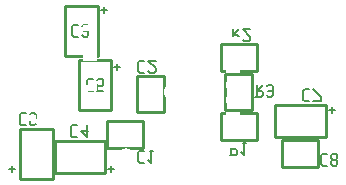
<source format=gbr>
G04 Title: (unknown), silkscreen, solder side *
G04 Creator: pcb-bin 1.99p *
G04 CreationDate: Tue Aug 24 15:19:08 2004 UTC *
G04 For: marek *
G04 Format: Gerber/RS-274X *
G04 PCB-Dimensions: 145000 59000 *
G04 PCB-Coordinate-Origin: lower left *
%MOIN*%
%FSLAX24Y24*%
%IPPOS*%
%ADD11C,0.0150*%
%ADD12C,0.0600*%
%ADD13C,0.0800*%
%ADD14R,0.0600X0.0600*%
%ADD15R,0.0800X0.0800*%
%ADD16C,0.0080*%
%ADD17C,0.0660*%
%ADD18C,0.0100*%
%ADD19C,0.0200*%
%ADD20C,0.0500*%
%ADD21C,0.0260*%
%ADD22R,0.0200X0.0200*%
%ADD23R,0.0500X0.0500*%
%ADD24R,0.0260X0.0260*%
%ADD25R,0.0360X0.0360*%
%ADD26R,0.0560X0.0560*%
%ADD27R,0.0420X0.0420*%
%ADD28R,0.0480X0.0480*%
%ADD29R,0.0680X0.0680*%
%ADD30R,0.0540X0.0540*%
%ADD31C,0.0400*%
%LNGROUP_1*%
%LPD*%
G01X0Y0D02*
G54D18*X6450Y3500D02*Y2300D01*
X5550Y3500D02*X6450D01*
X5550D02*Y2300D01*
X6450D01*
G04 Text: C2 *
G54D16*X5650Y4000D02*X5800D01*
X5600Y3950D02*X5650Y4000D01*
X5600Y3650D02*Y3950D01*
Y3650D02*X5650Y3600D01*
X5800D01*
X5920Y3650D02*X5970Y3600D01*
X6120D01*
X6170Y3650D01*
Y3750D01*
X5920Y4000D02*X6170Y3750D01*
X5920Y4000D02*X6170D01*
G54D18*X10160Y2540D02*X11840D01*
X10160Y1460D02*Y2540D01*
Y1460D02*X11840D01*
Y2540D01*
G04 Text: C7 *
G54D16*X11150Y3050D02*X11300D01*
X11100Y3000D02*X11150Y3050D01*
X11100Y2700D02*Y3000D01*
Y2700D02*X11150Y2650D01*
X11300D01*
X11420Y3050D02*X11670Y2800D01*
Y2650D02*Y2800D01*
X11420Y2650D02*X11670D01*
G54D18*X11600Y450D02*X10400D01*
X11600Y1350D02*Y450D01*
X10400Y1350D02*X11600D01*
X10400Y450D02*Y1350D01*
G04 Text: C8 *
G54D16*X11750Y900D02*X11900D01*
X11700Y850D02*X11750Y900D01*
X11700Y550D02*Y850D01*
Y550D02*X11750Y500D01*
X11900D01*
X12020Y850D02*X12070Y900D01*
X12020Y750D02*Y850D01*
Y750D02*X12070Y700D01*
X12170D01*
X12220Y750D01*
Y850D01*
X12170Y900D02*X12220Y850D01*
X12070Y900D02*X12170D01*
X12020Y650D02*X12070Y700D01*
X12020Y550D02*Y650D01*
Y550D02*X12070Y500D01*
X12170D01*
X12220Y550D01*
Y650D01*
X12170Y700D02*X12220Y650D01*
G54D18*X8500Y3550D02*Y2350D01*
X9400D01*
Y3550D02*Y2350D01*
X8500Y3550D02*X9400D01*
G04 Text: R3 *
G54D16*X9500Y2800D02*X9700D01*
X9750Y2850D01*
Y2950D01*
X9700Y3000D02*X9750Y2950D01*
X9550Y3000D02*X9700D01*
X9550Y2800D02*Y3200D01*
Y3000D02*X9750Y3200D01*
X9870Y2850D02*X9920Y2800D01*
X10020D01*
X10070Y2850D01*
Y3150D01*
X10020Y3200D02*X10070Y3150D01*
X9920Y3200D02*X10020D01*
X9870Y3150D02*X9920Y3200D01*
Y3000D02*X10070D01*
G54D18*X8350Y4550D02*X9550D01*
X8350D02*Y3650D01*
X9550D01*
Y4550D02*Y3650D01*
G04 Text: R2 *
G54D16*X8700Y4650D02*X8900D01*
X8950Y4700D01*
Y4800D01*
X8900Y4850D02*X8950Y4800D01*
X8750Y4850D02*X8900D01*
X8750Y4650D02*Y5050D01*
Y4850D02*X8950Y5050D01*
X9070Y4700D02*X9120Y4650D01*
X9270D01*
X9320Y4700D01*
Y4800D01*
X9070Y5050D02*X9320Y4800D01*
X9070Y5050D02*X9320D01*
G54D18*X2810Y1340D02*X4490D01*
X2810D02*Y260D01*
X4490D01*
Y1340D02*Y260D01*
G04 Text: C4 *
G54D16*X3400Y1850D02*X3550D01*
X3350Y1800D02*X3400Y1850D01*
X3350Y1500D02*Y1800D01*
Y1500D02*X3400Y1450D01*
X3550D01*
X3670Y1650D02*X3870Y1450D01*
X3670Y1650D02*X3920D01*
X3870Y1450D02*Y1850D01*
G54D18*X3610Y4040D02*Y2360D01*
X4690D01*
Y4040D02*Y2360D01*
X3610Y4040D02*X4690D01*
G04 Text: C5 *
G54D16*X3950Y3400D02*X4100D01*
X3900Y3350D02*X3950Y3400D01*
X3900Y3050D02*Y3350D01*
Y3050D02*X3950Y3000D01*
X4100D01*
X4220D02*X4420D01*
X4220D02*Y3200D01*
X4270Y3150D01*
X4370D01*
X4420Y3200D01*
Y3350D01*
X4370Y3400D02*X4420Y3350D01*
X4270Y3400D02*X4370D01*
X4220Y3350D02*X4270Y3400D01*
G54D18*X2740Y60D02*Y1740D01*
X1660D02*X2740D01*
X1660Y60D02*Y1740D01*
Y60D02*X2740D01*
G04 Text: C6 *
G54D16*X1700Y2250D02*X1850D01*
X1650Y2200D02*X1700Y2250D01*
X1650Y1900D02*Y2200D01*
Y1900D02*X1700Y1850D01*
X1850D01*
X2120D02*X2170Y1900D01*
X2020Y1850D02*X2120D01*
X1970Y1900D02*X2020Y1850D01*
X1970Y1900D02*Y2200D01*
X2020Y2250D01*
X2120Y2050D02*X2170Y2100D01*
X1970Y2050D02*X2120D01*
X2020Y2250D02*X2120D01*
X2170Y2200D01*
Y2100D02*Y2200D01*
G54D18*X4550Y1100D02*X5750D01*
Y2000D02*Y1100D01*
X4550Y2000D02*X5750D01*
X4550D02*Y1100D01*
G04 Text: C1 *
G54D16*X5650Y1000D02*X5800D01*
X5600Y950D02*X5650Y1000D01*
X5600Y650D02*Y950D01*
Y650D02*X5650Y600D01*
X5800D01*
X5970Y1000D02*X6070D01*
X6020Y600D02*Y1000D01*
X5920Y700D02*X6020Y600D01*
G54D18*X3160Y5840D02*Y4160D01*
X4240D01*
Y5840D02*Y4160D01*
X3160Y5840D02*X4240D01*
G04 Text: C3 *
G54D16*X3450Y5200D02*X3600D01*
X3400Y5150D02*X3450Y5200D01*
X3400Y4850D02*Y5150D01*
Y4850D02*X3450Y4800D01*
X3600D01*
X3720Y4850D02*X3770Y4800D01*
X3870D01*
X3920Y4850D01*
Y5150D01*
X3870Y5200D02*X3920Y5150D01*
X3770Y5200D02*X3870D01*
X3720Y5150D02*X3770Y5200D01*
Y5000D02*X3920D01*
G54D18*X8350Y2250D02*X9550D01*
X8350D02*Y1350D01*
X9550D01*
Y2250D02*Y1350D01*
G04 Text: R1 *
G54D16*X8650Y850D02*X8850D01*
X8900Y900D01*
Y1000D01*
X8850Y1050D02*X8900Y1000D01*
X8700Y1050D02*X8850D01*
X8700Y850D02*Y1250D01*
Y1050D02*X8900Y1250D01*
X9070D02*X9170D01*
X9120Y850D02*Y1250D01*
X9020Y950D02*X9120Y850D01*
G04 Text: + *
X4600Y400D02*X4800D01*
X4700Y300D02*Y500D01*
G04 Text: + *
X4350Y5700D02*X4550D01*
X4450Y5600D02*Y5800D01*
G04 Text: + *
X4800Y3800D02*X5000D01*
X4900Y3700D02*Y3900D01*
G04 Text: + *
X1300Y400D02*X1500D01*
X1400Y300D02*Y500D01*
G04 Text: + *
X11950Y2350D02*X12150D01*
X12050Y2250D02*Y2450D01*
%LNCUTS*%
%LPC*%
G54D12*X5200Y800D03*
Y2800D03*
X6750Y4100D03*
X7750D03*
X6750Y1800D03*
X7750D03*
X6750Y2950D03*
X4900Y5300D03*
X13350Y790D02*X14100D01*
X400D02*X1150D01*
G54D19*X8610Y5200D02*X8890D01*
G54D22*X8610Y4700D02*X8890D01*
X8610Y4200D02*X8890D01*
X8610Y3700D02*X8890D01*
X8610Y3200D02*X8890D01*
X8610Y2700D02*X8890D01*
X8610Y2200D02*X8890D01*
X8610Y1700D02*X8890D01*
X8610Y1200D02*X8890D01*
X8610Y700D02*X8890D01*
X12400D02*X12680D01*
X12400Y1200D02*X12680D01*
X12400Y1700D02*X12680D01*
X12400Y2200D02*X12680D01*
X12400Y2700D02*X12680D01*
X12400Y3200D02*X12680D01*
X12400Y3700D02*X12680D01*
X12400Y4200D02*X12680D01*
X12400Y4700D02*X12680D01*
X12400Y5200D02*X12680D01*
G54D25*X5830Y2580D02*X6170D01*
X5830Y3220D02*X6170D01*
G54D19*X1810Y5600D02*X2090D01*
G54D22*X1810Y5100D02*X2090D01*
X1810Y4600D02*X2090D01*
X1810Y4100D02*X2090D01*
X1810Y3600D02*X2090D01*
X1810Y3100D02*X2090D01*
X1810Y2600D02*X2090D01*
X1810Y2100D02*X2090D01*
X3850D02*X4130D01*
X3850Y2600D02*X4130D01*
X3850Y3100D02*X4130D01*
X3850Y3600D02*X4130D01*
X3850Y4100D02*X4130D01*
X3850Y4600D02*X4130D01*
X3850Y5100D02*X4130D01*
X3850Y5600D02*X4130D01*
G54D25*X8630Y4270D02*Y3930D01*
G54D28*X3970Y3680D02*X4330D01*
X3970Y2720D02*X4330D01*
G54D25*X4830Y1720D02*Y1380D01*
X5470Y1720D02*Y1380D01*
G54D28*X3520Y5480D02*X3880D01*
X3520Y4520D02*X3880D01*
G54D25*X8630Y1970D02*Y1630D01*
M02*

</source>
